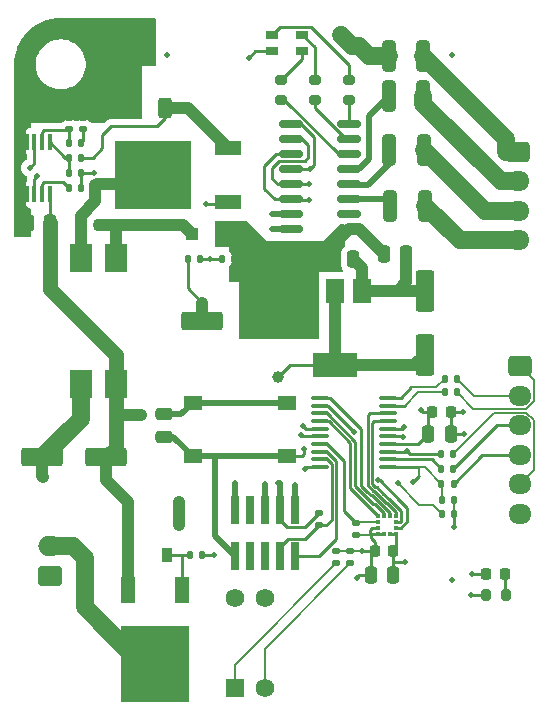
<source format=gtl>
%TF.GenerationSoftware,KiCad,Pcbnew,(6.0.1-0)*%
%TF.CreationDate,2024-02-04T22:08:58-06:00*%
%TF.ProjectId,tackle_sensor_hardware,7461636b-6c65-45f7-9365-6e736f725f68,REV1*%
%TF.SameCoordinates,Original*%
%TF.FileFunction,Copper,L1,Top*%
%TF.FilePolarity,Positive*%
%FSLAX46Y46*%
G04 Gerber Fmt 4.6, Leading zero omitted, Abs format (unit mm)*
G04 Created by KiCad (PCBNEW (6.0.1-0)) date 2024-02-04 22:08:58*
%MOMM*%
%LPD*%
G01*
G04 APERTURE LIST*
G04 Aperture macros list*
%AMRoundRect*
0 Rectangle with rounded corners*
0 $1 Rounding radius*
0 $2 $3 $4 $5 $6 $7 $8 $9 X,Y pos of 4 corners*
0 Add a 4 corners polygon primitive as box body*
4,1,4,$2,$3,$4,$5,$6,$7,$8,$9,$2,$3,0*
0 Add four circle primitives for the rounded corners*
1,1,$1+$1,$2,$3*
1,1,$1+$1,$4,$5*
1,1,$1+$1,$6,$7*
1,1,$1+$1,$8,$9*
0 Add four rect primitives between the rounded corners*
20,1,$1+$1,$2,$3,$4,$5,0*
20,1,$1+$1,$4,$5,$6,$7,0*
20,1,$1+$1,$6,$7,$8,$9,0*
20,1,$1+$1,$8,$9,$2,$3,0*%
G04 Aperture macros list end*
%TA.AperFunction,SMDPad,CuDef*%
%ADD10RoundRect,0.200000X-0.275000X0.200000X-0.275000X-0.200000X0.275000X-0.200000X0.275000X0.200000X0*%
%TD*%
%TA.AperFunction,SMDPad,CuDef*%
%ADD11R,0.450000X1.450000*%
%TD*%
%TA.AperFunction,SMDPad,CuDef*%
%ADD12C,0.500000*%
%TD*%
%TA.AperFunction,SMDPad,CuDef*%
%ADD13RoundRect,0.135000X-0.135000X-0.185000X0.135000X-0.185000X0.135000X0.185000X-0.135000X0.185000X0*%
%TD*%
%TA.AperFunction,SMDPad,CuDef*%
%ADD14R,0.760000X2.400000*%
%TD*%
%TA.AperFunction,SMDPad,CuDef*%
%ADD15C,1.000000*%
%TD*%
%TA.AperFunction,SMDPad,CuDef*%
%ADD16RoundRect,0.250000X0.312500X0.625000X-0.312500X0.625000X-0.312500X-0.625000X0.312500X-0.625000X0*%
%TD*%
%TA.AperFunction,SMDPad,CuDef*%
%ADD17RoundRect,0.225000X0.225000X0.250000X-0.225000X0.250000X-0.225000X-0.250000X0.225000X-0.250000X0*%
%TD*%
%TA.AperFunction,SMDPad,CuDef*%
%ADD18RoundRect,0.250000X0.312500X1.075000X-0.312500X1.075000X-0.312500X-1.075000X0.312500X-1.075000X0*%
%TD*%
%TA.AperFunction,SMDPad,CuDef*%
%ADD19R,0.350000X0.375000*%
%TD*%
%TA.AperFunction,SMDPad,CuDef*%
%ADD20R,0.375000X0.350000*%
%TD*%
%TA.AperFunction,SMDPad,CuDef*%
%ADD21RoundRect,0.225000X-0.225000X-0.250000X0.225000X-0.250000X0.225000X0.250000X-0.225000X0.250000X0*%
%TD*%
%TA.AperFunction,ComponentPad*%
%ADD22RoundRect,0.250000X0.750000X-0.600000X0.750000X0.600000X-0.750000X0.600000X-0.750000X-0.600000X0*%
%TD*%
%TA.AperFunction,ComponentPad*%
%ADD23O,2.000000X1.700000*%
%TD*%
%TA.AperFunction,SMDPad,CuDef*%
%ADD24RoundRect,0.200000X0.200000X0.275000X-0.200000X0.275000X-0.200000X-0.275000X0.200000X-0.275000X0*%
%TD*%
%TA.AperFunction,SMDPad,CuDef*%
%ADD25RoundRect,0.250000X0.250000X0.475000X-0.250000X0.475000X-0.250000X-0.475000X0.250000X-0.475000X0*%
%TD*%
%TA.AperFunction,SMDPad,CuDef*%
%ADD26RoundRect,0.250000X1.500000X0.550000X-1.500000X0.550000X-1.500000X-0.550000X1.500000X-0.550000X0*%
%TD*%
%TA.AperFunction,SMDPad,CuDef*%
%ADD27RoundRect,0.135000X-0.185000X0.135000X-0.185000X-0.135000X0.185000X-0.135000X0.185000X0.135000X0*%
%TD*%
%TA.AperFunction,SMDPad,CuDef*%
%ADD28C,0.254000*%
%TD*%
%TA.AperFunction,SMDPad,CuDef*%
%ADD29RoundRect,0.250000X0.550000X-1.500000X0.550000X1.500000X-0.550000X1.500000X-0.550000X-1.500000X0*%
%TD*%
%TA.AperFunction,SMDPad,CuDef*%
%ADD30R,1.550000X1.300000*%
%TD*%
%TA.AperFunction,SMDPad,CuDef*%
%ADD31RoundRect,0.100000X0.637500X0.100000X-0.637500X0.100000X-0.637500X-0.100000X0.637500X-0.100000X0*%
%TD*%
%TA.AperFunction,SMDPad,CuDef*%
%ADD32RoundRect,0.150000X-0.825000X-0.150000X0.825000X-0.150000X0.825000X0.150000X-0.825000X0.150000X0*%
%TD*%
%TA.AperFunction,SMDPad,CuDef*%
%ADD33RoundRect,0.135000X0.135000X0.185000X-0.135000X0.185000X-0.135000X-0.185000X0.135000X-0.185000X0*%
%TD*%
%TA.AperFunction,SMDPad,CuDef*%
%ADD34RoundRect,0.135000X0.185000X-0.135000X0.185000X0.135000X-0.185000X0.135000X-0.185000X-0.135000X0*%
%TD*%
%TA.AperFunction,SMDPad,CuDef*%
%ADD35R,1.955800X2.362200*%
%TD*%
%TA.AperFunction,SMDPad,CuDef*%
%ADD36R,1.200000X2.200000*%
%TD*%
%TA.AperFunction,SMDPad,CuDef*%
%ADD37R,5.800000X6.400000*%
%TD*%
%TA.AperFunction,SMDPad,CuDef*%
%ADD38RoundRect,0.140000X0.170000X-0.140000X0.170000X0.140000X-0.170000X0.140000X-0.170000X-0.140000X0*%
%TD*%
%TA.AperFunction,ComponentPad*%
%ADD39R,1.580000X1.580000*%
%TD*%
%TA.AperFunction,ComponentPad*%
%ADD40C,1.580000*%
%TD*%
%TA.AperFunction,SMDPad,CuDef*%
%ADD41RoundRect,0.140000X-0.140000X-0.170000X0.140000X-0.170000X0.140000X0.170000X-0.140000X0.170000X0*%
%TD*%
%TA.AperFunction,SMDPad,CuDef*%
%ADD42RoundRect,0.218750X0.218750X0.256250X-0.218750X0.256250X-0.218750X-0.256250X0.218750X-0.256250X0*%
%TD*%
%TA.AperFunction,ComponentPad*%
%ADD43RoundRect,0.250000X-0.725000X0.600000X-0.725000X-0.600000X0.725000X-0.600000X0.725000X0.600000X0*%
%TD*%
%TA.AperFunction,ComponentPad*%
%ADD44O,1.950000X1.700000*%
%TD*%
%TA.AperFunction,SMDPad,CuDef*%
%ADD45R,1.500000X2.000000*%
%TD*%
%TA.AperFunction,SMDPad,CuDef*%
%ADD46R,3.800000X2.000000*%
%TD*%
%TA.AperFunction,SMDPad,CuDef*%
%ADD47RoundRect,0.250000X-0.250000X-0.475000X0.250000X-0.475000X0.250000X0.475000X-0.250000X0.475000X0*%
%TD*%
%TA.AperFunction,SMDPad,CuDef*%
%ADD48R,2.200000X1.200000*%
%TD*%
%TA.AperFunction,SMDPad,CuDef*%
%ADD49R,6.400000X5.800000*%
%TD*%
%TA.AperFunction,SMDPad,CuDef*%
%ADD50R,0.900000X1.200000*%
%TD*%
%TA.AperFunction,SMDPad,CuDef*%
%ADD51R,1.000000X0.800000*%
%TD*%
%TA.AperFunction,SMDPad,CuDef*%
%ADD52RoundRect,0.250000X-0.312500X-1.075000X0.312500X-1.075000X0.312500X1.075000X-0.312500X1.075000X0*%
%TD*%
%TA.AperFunction,SMDPad,CuDef*%
%ADD53RoundRect,0.250000X0.475000X-0.250000X0.475000X0.250000X-0.475000X0.250000X-0.475000X-0.250000X0*%
%TD*%
%TA.AperFunction,SMDPad,CuDef*%
%ADD54R,1.100000X1.100000*%
%TD*%
%TA.AperFunction,ViaPad*%
%ADD55C,0.500000*%
%TD*%
%TA.AperFunction,Conductor*%
%ADD56C,0.228600*%
%TD*%
%TA.AperFunction,Conductor*%
%ADD57C,1.016000*%
%TD*%
%TA.AperFunction,Conductor*%
%ADD58C,1.524000*%
%TD*%
%TA.AperFunction,Conductor*%
%ADD59C,0.508000*%
%TD*%
%TA.AperFunction,Conductor*%
%ADD60C,0.200000*%
%TD*%
%TA.AperFunction,Conductor*%
%ADD61C,0.254000*%
%TD*%
%TA.AperFunction,Conductor*%
%ADD62C,1.270000*%
%TD*%
G04 APERTURE END LIST*
D10*
%TO.P,R14,1*%
%TO.N,Net-(D4-Pad3)*%
X179832000Y-78360000D03*
%TO.P,R14,2*%
%TO.N,Net-(R14-Pad2)*%
X179832000Y-80010000D03*
%TD*%
D11*
%TO.P,U2,1,ISEN*%
%TO.N,Net-(C8-Pad1)*%
X160250700Y-83590200D03*
%TO.P,U2,2,COMP*%
%TO.N,Net-(C5-Pad1)*%
X159600700Y-83590200D03*
%TO.P,U2,3,FB*%
%TO.N,Net-(R8-Pad2)*%
X158950700Y-83590200D03*
%TO.P,U2,4,AGND*%
%TO.N,GND*%
X158300700Y-83590200D03*
%TO.P,U2,5,PGND*%
X158300700Y-87990200D03*
%TO.P,U2,6,DR*%
%TO.N,Net-(Q2-Pad1)*%
X158950700Y-87990200D03*
%TO.P,U2,7,FA/SYNC/SD*%
%TO.N,Net-(R4-Pad1)*%
X159600700Y-87990200D03*
%TO.P,U2,8,VIN*%
%TO.N,Net-(C2-Pad1)*%
X160250700Y-87990200D03*
%TD*%
D12*
%TO.P,FID2,*%
%TO.N,*%
X194310000Y-76200000D03*
%TD*%
D13*
%TO.P,R16,1*%
%TO.N,TACKLE_STATUS*%
X193413000Y-111252000D03*
%TO.P,R16,2*%
%TO.N,Net-(J5-Pad3)*%
X194433000Y-111252000D03*
%TD*%
D14*
%TO.P,J1,1,VTref*%
%TO.N,+3V3*%
X181018104Y-114777402D03*
%TO.P,J1,2,SWDIO/TMS*%
%TO.N,/SWDIO*%
X181018104Y-118677402D03*
%TO.P,J1,3,GND*%
%TO.N,GND*%
X179748104Y-114777402D03*
%TO.P,J1,4,SWDCLK/TCK*%
%TO.N,/SWCLK*%
X179748104Y-118677402D03*
%TO.P,J1,5,GND*%
%TO.N,GND*%
X178478104Y-114777402D03*
%TO.P,J1,6,SWO/TDO*%
%TO.N,unconnected-(J1-Pad6)*%
X178478104Y-118677402D03*
%TO.P,J1,7,KEY*%
%TO.N,unconnected-(J1-Pad7)*%
X177208104Y-114777402D03*
%TO.P,J1,8,NC/TDI*%
%TO.N,unconnected-(J1-Pad8)*%
X177208104Y-118677402D03*
%TO.P,J1,9,GNDDetect*%
%TO.N,GND*%
X175938104Y-114777402D03*
%TO.P,J1,10,~{RESET}*%
%TO.N,/RST*%
X175938104Y-118677402D03*
%TD*%
D15*
%TO.P,TP1,1,1*%
%TO.N,GND*%
X171213700Y-114111200D03*
%TD*%
D16*
%TO.P,R7,1*%
%TO.N,Net-(Q2-Pad2)*%
X170023900Y-80710200D03*
%TO.P,R7,2*%
%TO.N,GND*%
X167098900Y-80710200D03*
%TD*%
D12*
%TO.P,FID3,*%
%TO.N,*%
X194310000Y-120650000D03*
%TD*%
D13*
%TO.P,R1,1*%
%TO.N,Net-(D1-Pad2)*%
X172102700Y-118556200D03*
%TO.P,R1,2*%
%TO.N,GND*%
X173122700Y-118556200D03*
%TD*%
D17*
%TO.P,C11,1*%
%TO.N,+3V3*%
X189324500Y-118251400D03*
%TO.P,C11,2*%
%TO.N,GND*%
X187774500Y-118251400D03*
%TD*%
D18*
%TO.P,R19,1*%
%TO.N,Net-(J4-Pad4)*%
X192020300Y-88990600D03*
%TO.P,R19,2*%
%TO.N,Net-(R19-Pad2)*%
X189095300Y-88990600D03*
%TD*%
%TO.P,R17,1*%
%TO.N,Net-(J4-Pad3)*%
X191918700Y-84266200D03*
%TO.P,R17,2*%
%TO.N,Net-(R17-Pad2)*%
X188993700Y-84266200D03*
%TD*%
D12*
%TO.P,FID1,*%
%TO.N,*%
X170180000Y-76200000D03*
%TD*%
D19*
%TO.P,U3,1,SCL/SPC*%
%TO.N,/SPI1_SCK*%
X189540500Y-115253700D03*
%TO.P,U3,2,~{CS}*%
%TO.N,/SPI1_NSS*%
X189040500Y-115253700D03*
%TO.P,U3,3,SA0/SDO*%
%TO.N,/SPI1_MISO*%
X188540500Y-115253700D03*
%TO.P,U3,4,SDA/SDI*%
%TO.N,/SPI1_MOSI*%
X188040500Y-115253700D03*
D20*
%TO.P,U3,5,RES*%
%TO.N,/SPI_RST*%
X188028000Y-115766200D03*
%TO.P,U3,6,GND*%
%TO.N,GND*%
X188028000Y-116266200D03*
D19*
%TO.P,U3,7,GND*%
X188040500Y-116778700D03*
%TO.P,U3,8,GND*%
X188540500Y-116778700D03*
%TO.P,U3,9,Vdd*%
%TO.N,+3V3*%
X189040500Y-116778700D03*
%TO.P,U3,10,Vdd_IO*%
X189540500Y-116778700D03*
D20*
%TO.P,U3,11,INT2*%
%TO.N,/ACC_INT2*%
X189553000Y-116266200D03*
%TO.P,U3,12,INT1*%
%TO.N,/ACC_INT1*%
X189553000Y-115766200D03*
%TD*%
D21*
%TO.P,C7,1*%
%TO.N,+3V3*%
X192646000Y-106426000D03*
%TO.P,C7,2*%
%TO.N,GND*%
X194196000Y-106426000D03*
%TD*%
D22*
%TO.P,J2,1,Pin_1*%
%TO.N,GND*%
X160291700Y-120334200D03*
D23*
%TO.P,J2,2,Pin_2*%
%TO.N,Net-(J2-Pad2)*%
X160291700Y-117834200D03*
%TD*%
D24*
%TO.P,R12,1*%
%TO.N,Net-(D3-Pad1)*%
X198843400Y-121932200D03*
%TO.P,R12,2*%
%TO.N,GND*%
X197193400Y-121932200D03*
%TD*%
D25*
%TO.P,C3,1*%
%TO.N,Net-(C2-Pad1)*%
X160291700Y-90489200D03*
%TO.P,C3,2*%
%TO.N,GND*%
X158391700Y-90489200D03*
%TD*%
D26*
%TO.P,C2,1*%
%TO.N,Net-(C2-Pad1)*%
X165023700Y-110301200D03*
%TO.P,C2,2*%
%TO.N,GND*%
X159623700Y-110301200D03*
%TD*%
D27*
%TO.P,R3,1*%
%TO.N,GND*%
X183050100Y-114996200D03*
%TO.P,R3,2*%
%TO.N,/SWCLK*%
X183050100Y-116016200D03*
%TD*%
D13*
%TO.P,R20,1*%
%TO.N,UART_RX*%
X193673000Y-103632000D03*
%TO.P,R20,2*%
%TO.N,Net-(J5-Pad2)*%
X194693000Y-103632000D03*
%TD*%
D10*
%TO.P,R11,1*%
%TO.N,Net-(D4-Pad1)*%
X185572400Y-78360000D03*
%TO.P,R11,2*%
%TO.N,Net-(R11-Pad2)*%
X185572400Y-80010000D03*
%TD*%
D13*
%TO.P,R4,1*%
%TO.N,Net-(R4-Pad1)*%
X161862500Y-87517400D03*
%TO.P,R4,2*%
%TO.N,GND*%
X162882500Y-87517400D03*
%TD*%
D28*
%TO.P,TP11,1,1*%
%TO.N,/SPI1_SCK*%
X188739700Y-114187400D03*
%TD*%
D29*
%TO.P,C15,1*%
%TO.N,+3V3*%
X191990900Y-101596600D03*
%TO.P,C15,2*%
%TO.N,GND*%
X191990900Y-96196600D03*
%TD*%
D30*
%TO.P,SW1,1,1*%
%TO.N,/RST*%
X180324500Y-110189000D03*
X172364500Y-110189000D03*
%TO.P,SW1,2,2*%
%TO.N,GND*%
X180324500Y-105689000D03*
X172364500Y-105689000D03*
%TD*%
D31*
%TO.P,U1,1,PB7/PB8*%
%TO.N,HOME_SELECT*%
X188859000Y-111118000D03*
%TO.P,U1,2,PB9/PC14-OSC32_IN*%
%TO.N,TACKLE_STATUS*%
X188859000Y-110468000D03*
%TO.P,U1,3,PC15-OSC32_OUT*%
%TO.N,ELIGIBLE_SELECT*%
X188859000Y-109818000D03*
%TO.P,U1,4,VDD*%
%TO.N,+3V3*%
X188859000Y-109168000D03*
%TO.P,U1,5,VSS*%
%TO.N,GND*%
X188859000Y-108518000D03*
%TO.P,U1,6,PF2-NRST*%
%TO.N,/RST*%
X188859000Y-107868000D03*
%TO.P,U1,7,PA0*%
%TO.N,/ACC_INT1*%
X188859000Y-107218000D03*
%TO.P,U1,8,PA1*%
%TO.N,/SPI1_SCK*%
X188859000Y-106568000D03*
%TO.P,U1,9,PA2*%
%TO.N,UART_TX*%
X188859000Y-105918000D03*
%TO.P,U1,10,PA3*%
%TO.N,UART_RX*%
X188859000Y-105268000D03*
%TO.P,U1,11,PA4*%
%TO.N,/SPI1_NSS*%
X183134000Y-105268000D03*
%TO.P,U1,12,PA5*%
%TO.N,/ACC_INT2*%
X183134000Y-105918000D03*
%TO.P,U1,13,PA6*%
%TO.N,/SPI1_MISO*%
X183134000Y-106568000D03*
%TO.P,U1,14,PA7*%
%TO.N,/SPI1_MOSI*%
X183134000Y-107218000D03*
%TO.P,U1,15,PB0/PB1/PB2/PA8*%
%TO.N,B_PWM*%
X183134000Y-107868000D03*
%TO.P,U1,16,PA11[PA9]*%
%TO.N,G_PWM*%
X183134000Y-108518000D03*
%TO.P,U1,17,PA12[PA10]*%
%TO.N,/SPI_RST*%
X183134000Y-109168000D03*
%TO.P,U1,18,PA13*%
%TO.N,/SWDIO*%
X183134000Y-109818000D03*
%TO.P,U1,19,PA15/PA14-BOOT0*%
%TO.N,/SWCLK*%
X183134000Y-110468000D03*
%TO.P,U1,20,PB3/PB4/PB5/PB6*%
%TO.N,R_PWM*%
X183134000Y-111118000D03*
%TD*%
D13*
%TO.P,R18,1*%
%TO.N,UART_TX*%
X193673000Y-104775000D03*
%TO.P,R18,2*%
%TO.N,Net-(J5-Pad1)*%
X194693000Y-104775000D03*
%TD*%
D25*
%TO.P,C9,1*%
%TO.N,+3V3*%
X189318900Y-120232600D03*
%TO.P,C9,2*%
%TO.N,GND*%
X187418900Y-120232600D03*
%TD*%
D32*
%TO.P,U5,1,I1*%
%TO.N,R_PWM*%
X180676700Y-82107200D03*
%TO.P,U5,2,I2*%
%TO.N,G_PWM*%
X180676700Y-83377200D03*
%TO.P,U5,3,I3*%
%TO.N,B_PWM*%
X180676700Y-84647200D03*
%TO.P,U5,4,I4*%
%TO.N,R_PWM*%
X180676700Y-85917200D03*
%TO.P,U5,5,I5*%
%TO.N,G_PWM*%
X180676700Y-87187200D03*
%TO.P,U5,6,I6*%
%TO.N,B_PWM*%
X180676700Y-88457200D03*
%TO.P,U5,7,I7*%
%TO.N,GND*%
X180676700Y-89727200D03*
%TO.P,U5,8,GND*%
X180676700Y-90997200D03*
%TO.P,U5,9,COM*%
%TO.N,+12V*%
X185626700Y-90997200D03*
%TO.P,U5,10,O7*%
%TO.N,unconnected-(U5-Pad10)*%
X185626700Y-89727200D03*
%TO.P,U5,11,O6*%
%TO.N,Net-(R19-Pad2)*%
X185626700Y-88457200D03*
%TO.P,U5,12,O5*%
%TO.N,Net-(R17-Pad2)*%
X185626700Y-87187200D03*
%TO.P,U5,13,O4*%
%TO.N,Net-(R15-Pad2)*%
X185626700Y-85917200D03*
%TO.P,U5,14,O3*%
%TO.N,Net-(R14-Pad2)*%
X185626700Y-84647200D03*
%TO.P,U5,15,O2*%
%TO.N,Net-(R13-Pad2)*%
X185626700Y-83377200D03*
%TO.P,U5,16,O1*%
%TO.N,Net-(R11-Pad2)*%
X185626700Y-82107200D03*
%TD*%
D28*
%TO.P,TP13,1,1*%
%TO.N,/ACC_INT1*%
X188485700Y-113374600D03*
%TD*%
%TO.P,TP8,1,1*%
%TO.N,/SPI1_NSS*%
X187114100Y-113222200D03*
%TD*%
D33*
%TO.P,R9,1*%
%TO.N,Net-(R8-Pad2)*%
X172940900Y-93511800D03*
%TO.P,R9,2*%
%TO.N,GND*%
X171920900Y-93511800D03*
%TD*%
D13*
%TO.P,R2,1*%
%TO.N,Net-(C5-Pad1)*%
X161913300Y-83702200D03*
%TO.P,R2,2*%
%TO.N,Net-(C6-Pad1)*%
X162933300Y-83702200D03*
%TD*%
D33*
%TO.P,R22,1*%
%TO.N,+3V3*%
X194441000Y-113919000D03*
%TO.P,R22,2*%
%TO.N,HOME_SELECT*%
X193421000Y-113919000D03*
%TD*%
D34*
%TO.P,R23,1*%
%TO.N,Net-(R23-Pad1)*%
X185674000Y-119282400D03*
%TO.P,R23,2*%
%TO.N,GND*%
X185674000Y-118262400D03*
%TD*%
D35*
%TO.P,T1,1,AA*%
%TO.N,Net-(C10-Pad1)*%
X165855700Y-93422900D03*
%TO.P,T1,2,AB*%
%TO.N,Net-(C10-Pad2)*%
X162855700Y-93422900D03*
%TO.P,T1,3,SA*%
%TO.N,GND*%
X162855700Y-104065500D03*
%TO.P,T1,4,SB*%
%TO.N,Net-(C2-Pad1)*%
X165855700Y-104065500D03*
%TD*%
D33*
%TO.P,R8,1*%
%TO.N,+12V*%
X175887300Y-93511800D03*
%TO.P,R8,2*%
%TO.N,Net-(R8-Pad2)*%
X174867300Y-93511800D03*
%TD*%
%TO.P,R5,1*%
%TO.N,+3V3*%
X194441000Y-115062000D03*
%TO.P,R5,2*%
%TO.N,ELIGIBLE_SELECT*%
X193421000Y-115062000D03*
%TD*%
D36*
%TO.P,Q1,1,G*%
%TO.N,Net-(D1-Pad2)*%
X171462700Y-121503200D03*
D37*
%TO.P,Q1,2,D*%
%TO.N,Net-(J2-Pad2)*%
X169182700Y-127803200D03*
D36*
%TO.P,Q1,3,S*%
%TO.N,Net-(C2-Pad1)*%
X166902700Y-121503200D03*
%TD*%
D38*
%TO.P,C6,1*%
%TO.N,Net-(C6-Pad1)*%
X163085700Y-82533800D03*
%TO.P,C6,2*%
%TO.N,GND*%
X163085700Y-81573800D03*
%TD*%
D10*
%TO.P,R13,1*%
%TO.N,Net-(D4-Pad4)*%
X182676800Y-78360000D03*
%TO.P,R13,2*%
%TO.N,Net-(R13-Pad2)*%
X182676800Y-80010000D03*
%TD*%
D39*
%TO.P,S1,1A*%
%TO.N,Net-(R21-Pad1)*%
X175895000Y-129794000D03*
D40*
%TO.P,S1,1B*%
%TO.N,ELIGIBLE_SELECT*%
X175895000Y-122174000D03*
%TO.P,S1,2A*%
%TO.N,Net-(R23-Pad1)*%
X178435000Y-129794000D03*
%TO.P,S1,2B*%
%TO.N,HOME_SELECT*%
X178435000Y-122174000D03*
%TD*%
D34*
%TO.P,R21,1*%
%TO.N,Net-(R21-Pad1)*%
X184454800Y-119280400D03*
%TO.P,R21,2*%
%TO.N,GND*%
X184454800Y-118260400D03*
%TD*%
D41*
%TO.P,C8,1*%
%TO.N,Net-(C8-Pad1)*%
X161917300Y-86191400D03*
%TO.P,C8,2*%
%TO.N,GND*%
X162877300Y-86191400D03*
%TD*%
D42*
%TO.P,D3,1,K*%
%TO.N,Net-(D3-Pad1)*%
X198780400Y-120205000D03*
%TO.P,D3,2,A*%
%TO.N,+3V3*%
X197205400Y-120205000D03*
%TD*%
D13*
%TO.P,R6,1*%
%TO.N,Net-(C8-Pad1)*%
X161915300Y-84921400D03*
%TO.P,R6,2*%
%TO.N,Net-(Q2-Pad2)*%
X162935300Y-84921400D03*
%TD*%
D38*
%TO.P,C5,1*%
%TO.N,Net-(C5-Pad1)*%
X161917300Y-82533800D03*
%TO.P,C5,2*%
%TO.N,GND*%
X161917300Y-81573800D03*
%TD*%
D43*
%TO.P,J5,1,Pin_1*%
%TO.N,Net-(J5-Pad1)*%
X200042000Y-102589000D03*
D44*
%TO.P,J5,2,Pin_2*%
%TO.N,Net-(J5-Pad2)*%
X200042000Y-105089000D03*
%TO.P,J5,3,Pin_3*%
%TO.N,Net-(J5-Pad3)*%
X200042000Y-107589000D03*
%TO.P,J5,4,Pin_4*%
%TO.N,Net-(J5-Pad4)*%
X200042000Y-110089000D03*
%TO.P,J5,5,Pin_5*%
%TO.N,Net-(J5-Pad5)*%
X200042000Y-112589000D03*
%TO.P,J5,6,Pin_6*%
%TO.N,GND*%
X200042000Y-115089000D03*
%TD*%
D43*
%TO.P,J4,1,Pin_1*%
%TO.N,Net-(F1-Pad2)*%
X199881900Y-84433200D03*
D44*
%TO.P,J4,2,Pin_2*%
%TO.N,Net-(J4-Pad2)*%
X199881900Y-86933200D03*
%TO.P,J4,3,Pin_3*%
%TO.N,Net-(J4-Pad3)*%
X199881900Y-89433200D03*
%TO.P,J4,4,Pin_4*%
%TO.N,Net-(J4-Pad4)*%
X199881900Y-91933200D03*
%TD*%
D17*
%TO.P,C10,1*%
%TO.N,Net-(C10-Pad1)*%
X164406500Y-90616200D03*
%TO.P,C10,2*%
%TO.N,Net-(C10-Pad2)*%
X162856500Y-90616200D03*
%TD*%
D45*
%TO.P,U4,1,GND*%
%TO.N,GND*%
X186670900Y-96203800D03*
%TO.P,U4,2,VO*%
%TO.N,+3V3*%
X184370900Y-96203800D03*
D46*
X184370900Y-102503800D03*
D45*
%TO.P,U4,3,VI*%
%TO.N,+12V*%
X182070900Y-96203800D03*
%TD*%
D47*
%TO.P,C14,1*%
%TO.N,+12V*%
X188516100Y-93054600D03*
%TO.P,C14,2*%
%TO.N,GND*%
X190416100Y-93054600D03*
%TD*%
D26*
%TO.P,C12,1*%
%TO.N,+12V*%
X178738100Y-98744200D03*
%TO.P,C12,2*%
%TO.N,GND*%
X173138100Y-98744200D03*
%TD*%
D47*
%TO.P,C13,1*%
%TO.N,+12V*%
X184045700Y-93511800D03*
%TO.P,C13,2*%
%TO.N,GND*%
X185945700Y-93511800D03*
%TD*%
D28*
%TO.P,TP2,1,1*%
%TO.N,/RST*%
X174261700Y-112663400D03*
%TD*%
%TO.P,TP10,1,1*%
%TO.N,/SPI1_MISO*%
X187774500Y-114289000D03*
%TD*%
D48*
%TO.P,Q2,1,G*%
%TO.N,Net-(Q2-Pad1)*%
X175327900Y-88678800D03*
D49*
%TO.P,Q2,2,D*%
%TO.N,Net-(C10-Pad2)*%
X169027900Y-86398800D03*
D48*
%TO.P,Q2,3,S*%
%TO.N,Net-(Q2-Pad2)*%
X175327900Y-84118800D03*
%TD*%
D28*
%TO.P,TP14,1,1*%
%TO.N,/ACC_INT2*%
X189908100Y-113984200D03*
%TD*%
D47*
%TO.P,C4,1*%
%TO.N,+3V3*%
X192283000Y-108331000D03*
%TO.P,C4,2*%
%TO.N,GND*%
X194183000Y-108331000D03*
%TD*%
D13*
%TO.P,R24,1*%
%TO.N,ELIGIBLE_SELECT*%
X193413000Y-109982000D03*
%TO.P,R24,2*%
%TO.N,Net-(J5-Pad5)*%
X194433000Y-109982000D03*
%TD*%
D50*
%TO.P,D1,1,K*%
%TO.N,Net-(C2-Pad1)*%
X166896700Y-118556200D03*
%TO.P,D1,2,A*%
%TO.N,Net-(D1-Pad2)*%
X170196700Y-118556200D03*
%TD*%
D27*
%TO.P,R10,1*%
%TO.N,/SPI_RST*%
X186182000Y-115870800D03*
%TO.P,R10,2*%
%TO.N,GND*%
X186182000Y-116890800D03*
%TD*%
D15*
%TO.P,TP3,1,1*%
%TO.N,Net-(C2-Pad1)*%
X167944800Y-106680000D03*
%TD*%
D51*
%TO.P,D4,1,A*%
%TO.N,Net-(D4-Pad1)*%
X179090000Y-74509400D03*
%TO.P,D4,2,RK*%
%TO.N,+12V*%
X179090000Y-75909400D03*
%TO.P,D4,3,GK*%
%TO.N,Net-(D4-Pad3)*%
X181590000Y-75909400D03*
%TO.P,D4,4,BK*%
%TO.N,Net-(D4-Pad4)*%
X181590000Y-74509400D03*
%TD*%
D13*
%TO.P,R25,1*%
%TO.N,HOME_SELECT*%
X193417000Y-112522000D03*
%TO.P,R25,2*%
%TO.N,Net-(J5-Pad4)*%
X194437000Y-112522000D03*
%TD*%
D18*
%TO.P,R15,1*%
%TO.N,Net-(J4-Pad2)*%
X191889300Y-79745000D03*
%TO.P,R15,2*%
%TO.N,Net-(R15-Pad2)*%
X188964300Y-79745000D03*
%TD*%
D52*
%TO.P,F1,1*%
%TO.N,+12V*%
X188964300Y-76341400D03*
%TO.P,F1,2*%
%TO.N,Net-(F1-Pad2)*%
X191889300Y-76341400D03*
%TD*%
D28*
%TO.P,TP9,1,1*%
%TO.N,/SPI1_MOSI*%
X186402900Y-113628600D03*
%TD*%
D15*
%TO.P,TP15,1,1*%
%TO.N,+3V3*%
X179578000Y-103505000D03*
%TD*%
D53*
%TO.P,C1,1*%
%TO.N,/RST*%
X169943700Y-108548600D03*
%TO.P,C1,2*%
%TO.N,GND*%
X169943700Y-106648600D03*
%TD*%
D54*
%TO.P,D2,1,K*%
%TO.N,+12V*%
X175074500Y-91378200D03*
%TO.P,D2,2,A*%
%TO.N,Net-(C10-Pad1)*%
X172274500Y-91378200D03*
%TD*%
D15*
%TO.P,TP12,1,1*%
%TO.N,+12V*%
X184878900Y-74512600D03*
%TD*%
D55*
%TO.N,GND*%
X195326000Y-108331000D03*
X164000100Y-86196600D03*
X167149700Y-78170200D03*
X179087700Y-90971800D03*
X166133700Y-77281200D03*
X167149700Y-76392200D03*
X175938100Y-112460200D03*
X173144100Y-97220200D03*
X168165700Y-76392200D03*
X186656900Y-118251400D03*
X179595700Y-112511000D03*
X166133700Y-78170200D03*
X173992900Y-105689000D03*
X166133700Y-74360200D03*
X167149700Y-74360200D03*
X167149700Y-77281200D03*
X178478100Y-112561800D03*
X189704500Y-96203800D03*
X168165700Y-75376200D03*
X171213700Y-116016200D03*
X168165700Y-74360200D03*
X190162100Y-108599400D03*
X174134700Y-118556200D03*
X167149700Y-79059200D03*
X186250500Y-120486600D03*
X166133700Y-75376200D03*
X195199000Y-106426000D03*
X166133700Y-79059200D03*
X159656700Y-111952200D03*
X167149700Y-75376200D03*
X195947800Y-121983000D03*
X179036900Y-89701800D03*
X166133700Y-76392200D03*
%TO.N,+3V3*%
X190365300Y-119165800D03*
X194462400Y-116230400D03*
X181018100Y-112612600D03*
X195998600Y-120154200D03*
X191643000Y-106299000D03*
X189037400Y-102503800D03*
X188326192Y-102503808D03*
%TO.N,+12V*%
X186453700Y-75477800D03*
X177335100Y-92368800D03*
X177088800Y-76479400D03*
%TO.N,R_PWM*%
X182288100Y-85891800D03*
X181881700Y-111291800D03*
%TO.N,G_PWM*%
X181526100Y-108396200D03*
X182186500Y-87161800D03*
%TO.N,B_PWM*%
X181729300Y-107634200D03*
X182237300Y-88533400D03*
%TO.N,/RST*%
X181780100Y-109615400D03*
X190212900Y-107735800D03*
%TO.N,/ACC_INT2*%
X186021900Y-108116800D03*
X188079300Y-112257000D03*
%TO.N,Net-(Q2-Pad1)*%
X173448900Y-88838200D03*
X159174100Y-86501400D03*
%TO.N,ELIGIBLE_SELECT*%
X190517700Y-109767800D03*
X189704900Y-112511000D03*
%TO.N,HOME_SELECT*%
X190982600Y-112420400D03*
%TO.N,Net-(R8-Pad2)*%
X158564500Y-85790200D03*
X173855300Y-93511800D03*
%TD*%
D56*
%TO.N,/SPI_RST*%
X183134000Y-109168000D02*
X183703492Y-109168000D01*
X183703492Y-109168000D02*
X185166000Y-110630508D01*
X185166000Y-110630508D02*
X185166000Y-114854800D01*
X185166000Y-114854800D02*
X186182000Y-115870800D01*
D57*
%TO.N,GND*%
X189711700Y-96196600D02*
X189704500Y-96203800D01*
D58*
X162855700Y-107069200D02*
X159623700Y-110301200D01*
D59*
X180676700Y-90997200D02*
X179113100Y-90997200D01*
D57*
X191990900Y-96196600D02*
X189711700Y-96196600D01*
D56*
X187524500Y-116266200D02*
X187368100Y-116422600D01*
D60*
X186656900Y-118251400D02*
X185685000Y-118251400D01*
D57*
X173138100Y-98744200D02*
X173138100Y-97226200D01*
D56*
X181828089Y-116218211D02*
X180368911Y-116218211D01*
X187470200Y-117134300D02*
X187470200Y-116778700D01*
X187470200Y-116778700D02*
X188040500Y-116778700D01*
D60*
X184456800Y-118262400D02*
X184454800Y-118260400D01*
D56*
X183050100Y-114996200D02*
X181828089Y-116218211D01*
D59*
X178478100Y-114777400D02*
X178478100Y-112561800D01*
D56*
X187774500Y-118251400D02*
X186707700Y-118251400D01*
D57*
X159623700Y-111919200D02*
X159656700Y-111952200D01*
D56*
X195998600Y-121932200D02*
X195947800Y-121983000D01*
D57*
X173138100Y-97226200D02*
X173144100Y-97220200D01*
D60*
X187470200Y-116778700D02*
X187358100Y-116890800D01*
D56*
X187368100Y-116676600D02*
X187470200Y-116778700D01*
X186250500Y-120435800D02*
X186250500Y-120486600D01*
D57*
X186670900Y-96203800D02*
X189704500Y-96203800D01*
D56*
X194196000Y-106426000D02*
X194196000Y-108318000D01*
D59*
X172364500Y-105689000D02*
X173920900Y-105689000D01*
D61*
X162877300Y-86191400D02*
X162877300Y-87512200D01*
D56*
X180368911Y-116218211D02*
X179748100Y-115597400D01*
D59*
X171404900Y-106648600D02*
X172364500Y-105689000D01*
D56*
X194183000Y-108331000D02*
X195326000Y-108331000D01*
X194196000Y-106426000D02*
X195199000Y-106426000D01*
D59*
X169943700Y-106648600D02*
X171404900Y-106648600D01*
D58*
X162855700Y-104065500D02*
X162855700Y-107069200D01*
D56*
X186453700Y-120232600D02*
X186250500Y-120435800D01*
X187418900Y-120232600D02*
X186453700Y-120232600D01*
D57*
X186670900Y-96203800D02*
X186670900Y-94237000D01*
D59*
X179748100Y-112511000D02*
X179595700Y-112511000D01*
D61*
X171920900Y-93511800D02*
X171920900Y-95997000D01*
D59*
X180324500Y-105689000D02*
X173992900Y-105689000D01*
D56*
X188540500Y-116778700D02*
X188040500Y-116778700D01*
D57*
X190416100Y-93054600D02*
X190416100Y-95492200D01*
X186670900Y-94237000D02*
X185945700Y-93511800D01*
D56*
X190111300Y-108599400D02*
X190162100Y-108599400D01*
D61*
X163994900Y-86191400D02*
X164000100Y-86196600D01*
D57*
X171213700Y-114111200D02*
X171213700Y-116016200D01*
D60*
X185685000Y-118251400D02*
X185674000Y-118262400D01*
D61*
X173122700Y-118556200D02*
X174134700Y-118556200D01*
D56*
X188859000Y-108518000D02*
X190029900Y-108518000D01*
X186707700Y-118251400D02*
X186656900Y-118251400D01*
X197193400Y-121932200D02*
X195998600Y-121932200D01*
X187774500Y-117438600D02*
X187470200Y-117134300D01*
D57*
X159623700Y-110301200D02*
X159623700Y-111919200D01*
D59*
X179748100Y-114777400D02*
X179748100Y-112511000D01*
D56*
X194196000Y-108318000D02*
X194183000Y-108331000D01*
X187368100Y-116422600D02*
X187368100Y-116676600D01*
D61*
X171920900Y-95997000D02*
X173144100Y-97220200D01*
D56*
X188028000Y-116266200D02*
X187524500Y-116266200D01*
D60*
X187358100Y-116890800D02*
X186182000Y-116890800D01*
D56*
X187418900Y-120232600D02*
X187418900Y-118607000D01*
D59*
X180676700Y-89727200D02*
X179062300Y-89727200D01*
D56*
X187774500Y-118251400D02*
X187774500Y-117438600D01*
D57*
X190416100Y-95492200D02*
X189711700Y-96196600D01*
D56*
X187418900Y-118607000D02*
X187774500Y-118251400D01*
X190029900Y-108518000D02*
X190111300Y-108599400D01*
X179748100Y-115597400D02*
X179748100Y-114777400D01*
D59*
X175938100Y-114777400D02*
X175938100Y-112460200D01*
D61*
X162877300Y-86191400D02*
X163994900Y-86191400D01*
D59*
X179113100Y-90997200D02*
X179087700Y-90971800D01*
D61*
X162877300Y-87512200D02*
X162882500Y-87517400D01*
D60*
X185674000Y-118262400D02*
X184456800Y-118262400D01*
D59*
X179062300Y-89727200D02*
X179036900Y-89701800D01*
D58*
%TO.N,Net-(F1-Pad2)*%
X191889300Y-76341400D02*
X198899700Y-83351800D01*
X198899700Y-83351800D02*
X198899700Y-84433200D01*
X198899700Y-84433200D02*
X199881900Y-84433200D01*
%TO.N,Net-(J2-Pad2)*%
X162236700Y-117834200D02*
X163212700Y-118810200D01*
X163212700Y-123001200D02*
X168014700Y-127803200D01*
X168014700Y-127803200D02*
X169182700Y-127803200D01*
X163212700Y-118810200D02*
X163212700Y-123001200D01*
X160291700Y-117834200D02*
X162236700Y-117834200D01*
D56*
%TO.N,+3V3*%
X189318900Y-120232600D02*
X189318900Y-119135400D01*
X191770000Y-106426000D02*
X191643000Y-106299000D01*
X189540500Y-118035400D02*
X189324500Y-118251400D01*
D57*
X184370900Y-102503800D02*
X188326200Y-102503800D01*
X189037400Y-102503800D02*
X191083700Y-102503800D01*
D56*
X189318900Y-118257000D02*
X189324500Y-118251400D01*
X194441000Y-115062000D02*
X194441000Y-116209000D01*
X189318900Y-119135400D02*
X189318900Y-118257000D01*
D57*
X191083700Y-102503800D02*
X191990900Y-101596600D01*
D56*
X188859000Y-109168000D02*
X191446000Y-109168000D01*
X194441000Y-116209000D02*
X194462400Y-116230400D01*
X189040500Y-116778700D02*
X189540500Y-116778700D01*
D61*
X180579200Y-102503800D02*
X179578000Y-103505000D01*
D57*
X184370900Y-96203800D02*
X184370900Y-102503800D01*
D56*
X192646000Y-106426000D02*
X191770000Y-106426000D01*
X189318900Y-119135400D02*
X190334900Y-119135400D01*
D57*
X188326200Y-102503800D02*
X189037400Y-102503800D01*
D56*
X196049400Y-120205000D02*
X195998600Y-120154200D01*
X189540500Y-116778700D02*
X189540500Y-118035400D01*
D59*
X181018100Y-114777400D02*
X181018100Y-112612600D01*
D56*
X192283000Y-106789000D02*
X192646000Y-106426000D01*
X192283000Y-108331000D02*
X192283000Y-106789000D01*
D61*
X184370900Y-102503800D02*
X180579200Y-102503800D01*
D60*
X194441000Y-113919000D02*
X194441000Y-115062000D01*
D56*
X190334900Y-119135400D02*
X190365300Y-119165800D01*
X191446000Y-109168000D02*
X192283000Y-108331000D01*
X197205400Y-120205000D02*
X196049400Y-120205000D01*
%TO.N,/SWDIO*%
X184467431Y-117240469D02*
X183030500Y-118677400D01*
X183703492Y-109818000D02*
X184467431Y-110581939D01*
X184467431Y-110581939D02*
X184467431Y-117240469D01*
X183134000Y-109818000D02*
X183703492Y-109818000D01*
X183030500Y-118677400D02*
X181018100Y-118677400D01*
D61*
%TO.N,Net-(C8-Pad1)*%
X161915300Y-84921400D02*
X161915300Y-86189400D01*
X161581900Y-84921400D02*
X160250700Y-83590200D01*
X161915300Y-86189400D02*
X161917300Y-86191400D01*
X161915300Y-84921400D02*
X161581900Y-84921400D01*
%TO.N,Net-(C6-Pad1)*%
X163085700Y-82533800D02*
X163085700Y-83549800D01*
X163085700Y-83549800D02*
X162933300Y-83702200D01*
%TO.N,Net-(R4-Pad1)*%
X161356789Y-87011689D02*
X159772189Y-87011689D01*
X161862500Y-87517400D02*
X161356789Y-87011689D01*
X159600700Y-87183178D02*
X159600700Y-87990200D01*
X159772189Y-87011689D02*
X159600700Y-87183178D01*
D57*
%TO.N,+12V*%
X183785700Y-93771800D02*
X184045700Y-93511800D01*
X178738100Y-93771800D02*
X183785700Y-93771800D01*
D61*
X175887300Y-92191000D02*
X175074500Y-91378200D01*
X175887300Y-93511800D02*
X175887300Y-92191000D01*
D57*
X184045700Y-93511800D02*
X184045700Y-92578200D01*
D58*
X185844100Y-75477800D02*
X184878900Y-74512600D01*
D57*
X182070900Y-96203800D02*
X178744500Y-96203800D01*
D61*
X179090000Y-75909400D02*
X177658800Y-75909400D01*
D57*
X178738100Y-98744200D02*
X178738100Y-96210200D01*
D58*
X187317300Y-76341400D02*
X186453700Y-75477800D01*
X188964300Y-76341400D02*
X187317300Y-76341400D01*
D57*
X186458700Y-90997200D02*
X188516100Y-93054600D01*
X178738100Y-93771800D02*
X176344500Y-91378200D01*
D58*
X186453700Y-75477800D02*
X185844100Y-75477800D01*
D57*
X176344500Y-91378200D02*
X175074500Y-91378200D01*
D61*
X177658800Y-75909400D02*
X177088800Y-76479400D01*
D57*
X178744500Y-96203800D02*
X178738100Y-96210200D01*
X185626700Y-90997200D02*
X186458700Y-90997200D01*
X184045700Y-92578200D02*
X185626700Y-90997200D01*
X178738100Y-96210200D02*
X178738100Y-93771800D01*
D56*
%TO.N,/SWCLK*%
X180397289Y-117236589D02*
X179748100Y-117885778D01*
X183050100Y-116016200D02*
X181829711Y-117236589D01*
X183659700Y-116016200D02*
X184112320Y-115563580D01*
X179748100Y-117885778D02*
X179748100Y-118677400D01*
X183703492Y-110468000D02*
X183134000Y-110468000D01*
X184112320Y-110876828D02*
X183703492Y-110468000D01*
X184112320Y-115563580D02*
X184112320Y-110876828D01*
X181829711Y-117236589D02*
X180397289Y-117236589D01*
X183050100Y-116016200D02*
X183659700Y-116016200D01*
D61*
%TO.N,R_PWM*%
X181551500Y-82107200D02*
X182643700Y-83199400D01*
X182643700Y-83199400D02*
X182643700Y-85536200D01*
X182643700Y-85536200D02*
X182288100Y-85891800D01*
D56*
X182055500Y-111118000D02*
X181881700Y-111291800D01*
X183134000Y-111118000D02*
X182055500Y-111118000D01*
D61*
X180676700Y-82107200D02*
X181551500Y-82107200D01*
D56*
X182288100Y-85891800D02*
X180702100Y-85891800D01*
X180702100Y-85891800D02*
X180676700Y-85917200D01*
D61*
%TO.N,G_PWM*%
X179677180Y-85200720D02*
X179087700Y-85790200D01*
X179570300Y-87187200D02*
X180676700Y-87187200D01*
X180676700Y-83377200D02*
X181627700Y-83377200D01*
D56*
X183134000Y-108518000D02*
X181647900Y-108518000D01*
D61*
X179087700Y-85790200D02*
X179087700Y-86704600D01*
D56*
X182186500Y-87161800D02*
X180702100Y-87161800D01*
D61*
X182135700Y-84901200D02*
X181836180Y-85200720D01*
D56*
X181647900Y-108518000D02*
X181526100Y-108396200D01*
D61*
X181836180Y-85200720D02*
X179677180Y-85200720D01*
X179087700Y-86704600D02*
X179570300Y-87187200D01*
X182135700Y-83885200D02*
X182135700Y-84901200D01*
X181627700Y-83377200D02*
X182135700Y-83885200D01*
D56*
X180702100Y-87161800D02*
X180676700Y-87187200D01*
D61*
%TO.N,B_PWM*%
X178427300Y-87542800D02*
X178427300Y-85637800D01*
X179341700Y-88457200D02*
X178427300Y-87542800D01*
X178427300Y-85637800D02*
X179417900Y-84647200D01*
D56*
X183134000Y-107868000D02*
X181963100Y-107868000D01*
X181963100Y-107868000D02*
X181729300Y-107634200D01*
X180752900Y-88533400D02*
X180676700Y-88457200D01*
D61*
X180676700Y-88457200D02*
X179341700Y-88457200D01*
X179417900Y-84647200D02*
X180676700Y-84647200D01*
D56*
X182237300Y-88533400D02*
X180752900Y-88533400D01*
%TO.N,TACKLE_STATUS*%
X193413000Y-111252000D02*
X192629000Y-110468000D01*
X192629000Y-110468000D02*
X188859000Y-110468000D01*
D61*
%TO.N,/RST*%
X188859000Y-107868000D02*
X190080700Y-107868000D01*
X181780100Y-110021800D02*
X181612900Y-110189000D01*
D59*
X172364500Y-110189000D02*
X174297700Y-110189000D01*
D61*
X190080700Y-107868000D02*
X190212900Y-107735800D01*
D59*
X175938100Y-118677400D02*
X174261700Y-117001000D01*
X174261700Y-117001000D02*
X174261700Y-110225000D01*
D61*
X181612900Y-110189000D02*
X180324500Y-110189000D01*
D59*
X174261700Y-110225000D02*
X174297700Y-110189000D01*
X174297700Y-110189000D02*
X180324500Y-110189000D01*
X170724100Y-108548600D02*
X172364500Y-110189000D01*
D61*
X181780100Y-109615400D02*
X181780100Y-110021800D01*
D59*
X169943700Y-108548600D02*
X170724100Y-108548600D01*
D61*
%TO.N,Net-(R11-Pad2)*%
X185626700Y-82107200D02*
X185626700Y-80064300D01*
X185626700Y-80064300D02*
X185572400Y-80010000D01*
D56*
%TO.N,Net-(D3-Pad1)*%
X198780400Y-120205000D02*
X198780400Y-121869200D01*
X198780400Y-121869200D02*
X198843400Y-121932200D01*
D60*
%TO.N,UART_TX*%
X191468500Y-104775000D02*
X193673000Y-104775000D01*
D56*
X188859000Y-105918000D02*
X190325500Y-105918000D01*
D60*
X190325500Y-105918000D02*
X191468500Y-104775000D01*
D56*
%TO.N,/SPI1_SCK*%
X188859000Y-106568000D02*
X187367500Y-106568000D01*
X188818322Y-114187400D02*
X188739700Y-114187400D01*
X187180389Y-106755111D02*
X187180389Y-112678889D01*
X189540500Y-114909578D02*
X188818322Y-114187400D01*
X187180389Y-112678889D02*
X187660689Y-113159189D01*
X187367500Y-106568000D02*
X187180389Y-106755111D01*
X187711489Y-113159189D02*
X188739700Y-114187400D01*
X189540500Y-115253700D02*
X189540500Y-114909578D01*
X187660689Y-113159189D02*
X187711489Y-113159189D01*
%TO.N,/SPI1_NSS*%
X189040500Y-115253700D02*
X189040500Y-115008364D01*
X189040500Y-115008364D02*
X187559136Y-113527000D01*
X186591101Y-112699201D02*
X186591101Y-107916949D01*
X187114100Y-113222200D02*
X187418900Y-113527000D01*
X186591101Y-107916949D02*
X183942152Y-105268000D01*
X187418900Y-113527000D02*
X187559136Y-113527000D01*
X187114100Y-113222200D02*
X186591101Y-112699201D01*
X183942152Y-105268000D02*
X183134000Y-105268000D01*
%TO.N,/SPI1_MISO*%
X187660736Y-114289000D02*
X187774500Y-114289000D01*
X183134000Y-106568000D02*
X183703492Y-106568000D01*
X188540500Y-115010566D02*
X187818934Y-114289000D01*
X186098100Y-112726364D02*
X187660736Y-114289000D01*
X188540500Y-115253700D02*
X188540500Y-115010566D01*
X186098100Y-108962608D02*
X186098100Y-112726364D01*
X187818934Y-114289000D02*
X187774500Y-114289000D01*
X183703492Y-106568000D02*
X186098100Y-108962608D01*
%TO.N,/SPI1_MOSI*%
X183134000Y-107218000D02*
X183851290Y-107218000D01*
X186402900Y-113628600D02*
X188028000Y-115253700D01*
X188028000Y-115253700D02*
X188040500Y-115253700D01*
X185691700Y-112917400D02*
X186402900Y-113628600D01*
X185691700Y-109058410D02*
X185691700Y-112917400D01*
X183851290Y-107218000D02*
X185691700Y-109058410D01*
%TO.N,/ACC_INT2*%
X189969100Y-116266200D02*
X190517700Y-115717600D01*
X190517700Y-115717600D02*
X190517700Y-114593800D01*
X190517700Y-114593800D02*
X189908100Y-113984200D01*
X183823100Y-105918000D02*
X183134000Y-105918000D01*
X186047300Y-108142200D02*
X183823100Y-105918000D01*
X188180900Y-112257000D02*
X188079300Y-112257000D01*
X189908100Y-113984200D02*
X188180900Y-112257000D01*
X189553000Y-116266200D02*
X189969100Y-116266200D01*
%TO.N,/ACC_INT1*%
X189966898Y-114833774D02*
X188965413Y-113832289D01*
X189553000Y-115766200D02*
X189966898Y-115766200D01*
X187733500Y-107218000D02*
X187535499Y-107416001D01*
X188505522Y-113374600D02*
X188485700Y-113374600D01*
X188859000Y-107218000D02*
X187733500Y-107218000D01*
X188963212Y-113832290D02*
X188505522Y-113374600D01*
X187535499Y-107416001D02*
X187535499Y-112525999D01*
X189966898Y-115766200D02*
X189966898Y-114833774D01*
X188965413Y-113832289D02*
X188963212Y-113832290D01*
X187535499Y-112525999D02*
X187825300Y-112815800D01*
X187926900Y-112815800D02*
X188485700Y-113374600D01*
X187825300Y-112815800D02*
X187926900Y-112815800D01*
%TO.N,UART_RX*%
X188859000Y-105268000D02*
X189962900Y-105268000D01*
X189962900Y-105268000D02*
X190847900Y-104383000D01*
D60*
X192922000Y-104383000D02*
X193673000Y-103632000D01*
X190847900Y-104383000D02*
X192922000Y-104383000D01*
D62*
%TO.N,Net-(C2-Pad1)*%
X165855700Y-106673700D02*
X165855700Y-109469200D01*
X165855700Y-104065500D02*
X165855700Y-101614400D01*
D57*
X165862000Y-106680000D02*
X165855700Y-106673700D01*
D61*
X160250700Y-87990200D02*
X160250700Y-90448200D01*
D57*
X166902700Y-121503200D02*
X166902700Y-118562200D01*
D62*
X160291700Y-96050400D02*
X160291700Y-90489200D01*
D57*
X165023700Y-110301200D02*
X165023700Y-112239200D01*
X166896700Y-118556200D02*
X166896700Y-114112200D01*
D62*
X165855700Y-101614400D02*
X160291700Y-96050400D01*
D57*
X166902700Y-118562200D02*
X166896700Y-118556200D01*
D62*
X165855700Y-109469200D02*
X165023700Y-110301200D01*
D57*
X167944800Y-106680000D02*
X165862000Y-106680000D01*
D61*
X160250700Y-90448200D02*
X160291700Y-90489200D01*
D62*
X165855700Y-104065500D02*
X165855700Y-106673700D01*
D57*
X165023700Y-112239200D02*
X166896700Y-114112200D01*
D61*
%TO.N,Net-(C5-Pad1)*%
X161917300Y-82533800D02*
X161917300Y-83698200D01*
X159600700Y-82783178D02*
X159772189Y-82611689D01*
X159600700Y-83590200D02*
X159600700Y-82783178D01*
X161917300Y-83698200D02*
X161913300Y-83702200D01*
X159772189Y-82611689D02*
X161839411Y-82611689D01*
X161839411Y-82611689D02*
X161917300Y-82533800D01*
D57*
%TO.N,Net-(C10-Pad1)*%
X171512500Y-90616200D02*
X172274500Y-91378200D01*
X165855700Y-93422900D02*
X165855700Y-90792600D01*
X166032100Y-90616200D02*
X171512500Y-90616200D01*
X164406500Y-90616200D02*
X166032100Y-90616200D01*
X165855700Y-90792600D02*
X166032100Y-90616200D01*
%TO.N,Net-(C10-Pad2)*%
X168292599Y-87134101D02*
X164236027Y-87134101D01*
X162856500Y-89829400D02*
X162856500Y-90616200D01*
X169027900Y-86398800D02*
X168292599Y-87134101D01*
X164101700Y-87268428D02*
X164101700Y-88584200D01*
X162855700Y-93422900D02*
X162855700Y-90617000D01*
X162855700Y-90617000D02*
X162856500Y-90616200D01*
X164236027Y-87134101D02*
X164101700Y-87268428D01*
X164101700Y-88584200D02*
X162856500Y-89829400D01*
D61*
%TO.N,Net-(D1-Pad2)*%
X171467700Y-118556200D02*
X170196700Y-118556200D01*
X171462700Y-121503200D02*
X171462700Y-118561200D01*
X171462700Y-118561200D02*
X171467700Y-118556200D01*
X172102700Y-118556200D02*
X171467700Y-118556200D01*
%TO.N,Net-(D4-Pad1)*%
X182343511Y-73855889D02*
X179743511Y-73855889D01*
X185572400Y-78360000D02*
X185572400Y-77084778D01*
X185572400Y-77084778D02*
X182343511Y-73855889D01*
X179743511Y-73855889D02*
X179090000Y-74509400D01*
%TO.N,Net-(D4-Pad3)*%
X181590000Y-76602000D02*
X181590000Y-75909400D01*
X179832000Y-78360000D02*
X181590000Y-76602000D01*
%TO.N,Net-(D4-Pad4)*%
X182676800Y-75596200D02*
X181590000Y-74509400D01*
X182676800Y-78360000D02*
X182676800Y-75596200D01*
D58*
%TO.N,Net-(J4-Pad2)*%
X191889300Y-79745000D02*
X191889300Y-80357910D01*
X198464590Y-86933200D02*
X199881900Y-86933200D01*
X191889300Y-80357910D02*
X198464590Y-86933200D01*
%TO.N,Net-(J4-Pad3)*%
X197085700Y-89433200D02*
X199881900Y-89433200D01*
X191918700Y-84266200D02*
X197085700Y-89433200D01*
%TO.N,Net-(J4-Pad4)*%
X192020300Y-88990600D02*
X194962900Y-91933200D01*
X194962900Y-91933200D02*
X199881900Y-91933200D01*
D61*
%TO.N,Net-(Q2-Pad1)*%
X175125300Y-88881400D02*
X175327900Y-88678800D01*
X175168500Y-88838200D02*
X175327900Y-88678800D01*
X158950700Y-87990200D02*
X158950700Y-86724800D01*
X173448900Y-88838200D02*
X175168500Y-88838200D01*
X158950700Y-86724800D02*
X159174100Y-86501400D01*
%TO.N,Net-(Q2-Pad2)*%
X162940500Y-84926600D02*
X163898500Y-84926600D01*
D57*
X170023900Y-80710200D02*
X171919300Y-80710200D01*
X171919300Y-80710200D02*
X175327900Y-84118800D01*
D61*
X170023900Y-81595200D02*
X170023900Y-80710200D01*
D56*
X169334100Y-82285000D02*
X165447900Y-82285000D01*
D61*
X162935300Y-84921400D02*
X162940500Y-84926600D01*
X164711300Y-84113800D02*
X164711300Y-83021600D01*
X169334100Y-82285000D02*
X170023900Y-81595200D01*
X163898500Y-84926600D02*
X164711300Y-84113800D01*
D56*
X165447900Y-82285000D02*
X164711300Y-83021600D01*
D60*
%TO.N,Net-(J5-Pad1)*%
X201243520Y-103790520D02*
X200042000Y-102589000D01*
X196083520Y-106165520D02*
X200612909Y-106165520D01*
X200612909Y-106165520D02*
X201243520Y-105534909D01*
X194693000Y-104775000D02*
X196083520Y-106165520D01*
X201243520Y-105534909D02*
X201243520Y-103790520D01*
%TO.N,/SPI_RST*%
X188028000Y-115766200D02*
X186286600Y-115766200D01*
X186286600Y-115766200D02*
X186182000Y-115870800D01*
D61*
%TO.N,Net-(R13-Pad2)*%
X182694500Y-80720663D02*
X182694500Y-80027700D01*
X185351037Y-83377200D02*
X182694500Y-80720663D01*
X185626700Y-83377200D02*
X185351037Y-83377200D01*
X182694500Y-80027700D02*
X182676800Y-80010000D01*
%TO.N,Net-(R14-Pad2)*%
X185626700Y-84647200D02*
X184762363Y-84647200D01*
X184762363Y-84647200D02*
X180125163Y-80010000D01*
X180125163Y-80010000D02*
X179832000Y-80010000D01*
D59*
%TO.N,Net-(R15-Pad2)*%
X187317300Y-85045266D02*
X187317300Y-81392000D01*
X187317300Y-81392000D02*
X188964300Y-79745000D01*
X186445366Y-85917200D02*
X187317300Y-85045266D01*
X185626700Y-85917200D02*
X186445366Y-85917200D01*
%TO.N,Net-(R17-Pad2)*%
X188993700Y-84266200D02*
X188993700Y-85434600D01*
X187215700Y-87212600D02*
X185652100Y-87212600D01*
X188993700Y-85434600D02*
X187215700Y-87212600D01*
X185652100Y-87212600D02*
X185626700Y-87187200D01*
%TO.N,Net-(R19-Pad2)*%
X188561900Y-88457200D02*
X189095300Y-88990600D01*
X185626700Y-88457200D02*
X188561900Y-88457200D01*
D56*
%TO.N,Net-(J5-Pad3)*%
X194433000Y-111252000D02*
X198096000Y-107589000D01*
X198096000Y-107589000D02*
X200042000Y-107589000D01*
%TO.N,Net-(J5-Pad4)*%
X194437000Y-112522000D02*
X196870000Y-110089000D01*
X196870000Y-110089000D02*
X200042000Y-110089000D01*
D60*
%TO.N,ELIGIBLE_SELECT*%
X189704900Y-112511000D02*
X191533700Y-114339800D01*
X192698800Y-114339800D02*
X191533700Y-114339800D01*
D56*
X190731900Y-109982000D02*
X190517700Y-109767800D01*
D61*
X188859000Y-109818000D02*
X190467500Y-109818000D01*
D56*
X193413000Y-109982000D02*
X190731900Y-109982000D01*
D61*
X190467500Y-109818000D02*
X190517700Y-109767800D01*
D60*
X193421000Y-115062000D02*
X192698800Y-114339800D01*
D56*
%TO.N,HOME_SELECT*%
X191523000Y-111880000D02*
X190995300Y-112407700D01*
D60*
X191523000Y-111118000D02*
X191523000Y-111880000D01*
D56*
X190995300Y-112407700D02*
X190982600Y-112420400D01*
D60*
X191523000Y-111118000D02*
X192013000Y-111118000D01*
X193421000Y-113919000D02*
X193421000Y-112526000D01*
X192013000Y-111118000D02*
X193417000Y-112522000D01*
D56*
X191523000Y-111118000D02*
X188859000Y-111118000D01*
D61*
%TO.N,Net-(R8-Pad2)*%
X158950700Y-85404000D02*
X158950700Y-83590200D01*
X174867300Y-93511800D02*
X172940900Y-93511800D01*
X158564500Y-85790200D02*
X158950700Y-85404000D01*
D60*
%TO.N,Net-(R23-Pad1)*%
X178435000Y-126521400D02*
X178435000Y-129794000D01*
X185674000Y-119282400D02*
X178435000Y-126521400D01*
%TO.N,Net-(R21-Pad1)*%
X175895000Y-127840200D02*
X175895000Y-129794000D01*
X184454800Y-119280400D02*
X175895000Y-127840200D01*
%TO.N,Net-(J5-Pad5)*%
X200612909Y-106512480D02*
X201243520Y-107143091D01*
X194433000Y-109982000D02*
X197902520Y-106512480D01*
X201243520Y-111387480D02*
X200042000Y-112589000D01*
X201243520Y-107143091D02*
X201243520Y-111387480D01*
X197902520Y-106512480D02*
X200612909Y-106512480D01*
%TO.N,Net-(J5-Pad2)*%
X194693000Y-103632000D02*
X196150000Y-105089000D01*
X196150000Y-105089000D02*
X200042000Y-105089000D01*
%TD*%
%TA.AperFunction,Conductor*%
%TO.N,+12V*%
G36*
X176920297Y-90280602D02*
G01*
X176939970Y-90296222D01*
X178681300Y-91987800D01*
X183354900Y-91987800D01*
X184740395Y-90602305D01*
X184802707Y-90568279D01*
X184829490Y-90565400D01*
X185108500Y-90565400D01*
X185176621Y-90585402D01*
X185223114Y-90639058D01*
X185234500Y-90691400D01*
X185234500Y-92373024D01*
X185214498Y-92441145D01*
X185197673Y-92462042D01*
X185096395Y-92563497D01*
X185003585Y-92714062D01*
X184947903Y-92881939D01*
X184937200Y-92986400D01*
X184937200Y-93375882D01*
X184936463Y-93389490D01*
X184924338Y-93501104D01*
X184924875Y-93507239D01*
X184936721Y-93642644D01*
X184937200Y-93653625D01*
X184937200Y-94037200D01*
X184937537Y-94040446D01*
X184937537Y-94040450D01*
X184944481Y-94107369D01*
X184948174Y-94142966D01*
X184950355Y-94149502D01*
X184950355Y-94149504D01*
X184964903Y-94193110D01*
X185004150Y-94310746D01*
X185008004Y-94316974D01*
X185008005Y-94316976D01*
X185082339Y-94437097D01*
X185101177Y-94505549D01*
X185080016Y-94573318D01*
X185025575Y-94618890D01*
X184975195Y-94629400D01*
X183050100Y-94629400D01*
X183050100Y-100142200D01*
X183030098Y-100210321D01*
X182976442Y-100256814D01*
X182924100Y-100268200D01*
X176368900Y-100268200D01*
X176300779Y-100248198D01*
X176254286Y-100194542D01*
X176242900Y-100142200D01*
X176242900Y-95442200D01*
X176227395Y-95443169D01*
X176227394Y-95443169D01*
X176006249Y-95456991D01*
X175563959Y-95484634D01*
X175494724Y-95468920D01*
X175444975Y-95418269D01*
X175430100Y-95358879D01*
X175430100Y-94231237D01*
X175450102Y-94163116D01*
X175467005Y-94142142D01*
X175514806Y-94094341D01*
X175548599Y-94037200D01*
X175593534Y-93961219D01*
X175593534Y-93961218D01*
X175597569Y-93954396D01*
X175642929Y-93798266D01*
X175645800Y-93761789D01*
X175645799Y-93261812D01*
X175642929Y-93225334D01*
X175597569Y-93069204D01*
X175514806Y-92929259D01*
X175467005Y-92881458D01*
X175432979Y-92819146D01*
X175430100Y-92792363D01*
X175430100Y-92495800D01*
X174387700Y-92495800D01*
X174319579Y-92475798D01*
X174273086Y-92422142D01*
X174261700Y-92369800D01*
X174261700Y-90386600D01*
X174281702Y-90318479D01*
X174335358Y-90271986D01*
X174387700Y-90260600D01*
X176852176Y-90260600D01*
X176920297Y-90280602D01*
G37*
%TD.AperFunction*%
%TD*%
%TA.AperFunction,Conductor*%
%TO.N,GND*%
G36*
X169200021Y-73110202D02*
G01*
X169246514Y-73163858D01*
X169257900Y-73216200D01*
X169257900Y-77028200D01*
X169237898Y-77096321D01*
X169184242Y-77142814D01*
X169131900Y-77154200D01*
X168038700Y-77154200D01*
X168038700Y-81536200D01*
X168018698Y-81604321D01*
X167965042Y-81650814D01*
X167912700Y-81662200D01*
X165525263Y-81662200D01*
X165514364Y-81661686D01*
X165506977Y-81660035D01*
X165499052Y-81660284D01*
X165499051Y-81660284D01*
X165440076Y-81662138D01*
X165436117Y-81662200D01*
X165408717Y-81662200D01*
X165404792Y-81662696D01*
X165404489Y-81662715D01*
X165393053Y-81663616D01*
X165349699Y-81664979D01*
X165330741Y-81670487D01*
X165311379Y-81674497D01*
X165291785Y-81676972D01*
X165258421Y-81690182D01*
X165251459Y-81692938D01*
X165240229Y-81696783D01*
X165206204Y-81706668D01*
X165206202Y-81706669D01*
X165198591Y-81708880D01*
X165191768Y-81712915D01*
X165181595Y-81718931D01*
X165163843Y-81727627D01*
X165145479Y-81734898D01*
X165124708Y-81749989D01*
X165110389Y-81760392D01*
X165100469Y-81766908D01*
X165069975Y-81784942D01*
X165069973Y-81784944D01*
X165063148Y-81788980D01*
X165049187Y-81802941D01*
X165034154Y-81815781D01*
X165018176Y-81827390D01*
X165013125Y-81833496D01*
X164990526Y-81860813D01*
X164982536Y-81869592D01*
X164908833Y-81943295D01*
X164846521Y-81977321D01*
X164819738Y-81980200D01*
X163811407Y-81980200D01*
X163743286Y-81960198D01*
X163722312Y-81943295D01*
X163656329Y-81877312D01*
X163582240Y-81833496D01*
X163522120Y-81797941D01*
X163522119Y-81797941D01*
X163515297Y-81793906D01*
X163507686Y-81791695D01*
X163507684Y-81791694D01*
X163456705Y-81776884D01*
X163357954Y-81748194D01*
X163351549Y-81747690D01*
X163351544Y-81747689D01*
X163323640Y-81745493D01*
X163323632Y-81745493D01*
X163321184Y-81745300D01*
X162850216Y-81745300D01*
X162847768Y-81745493D01*
X162847760Y-81745493D01*
X162819856Y-81747689D01*
X162819851Y-81747690D01*
X162813446Y-81748194D01*
X162714695Y-81776884D01*
X162663716Y-81791694D01*
X162663714Y-81791695D01*
X162656103Y-81793906D01*
X162649281Y-81797941D01*
X162649280Y-81797941D01*
X162565639Y-81847406D01*
X162496823Y-81864865D01*
X162437361Y-81847406D01*
X162353720Y-81797941D01*
X162353719Y-81797941D01*
X162346897Y-81793906D01*
X162339286Y-81791695D01*
X162339284Y-81791694D01*
X162288305Y-81776884D01*
X162189554Y-81748194D01*
X162183149Y-81747690D01*
X162183144Y-81747689D01*
X162155240Y-81745493D01*
X162155232Y-81745493D01*
X162152784Y-81745300D01*
X161681816Y-81745300D01*
X161679368Y-81745493D01*
X161679360Y-81745493D01*
X161651456Y-81747689D01*
X161651451Y-81747690D01*
X161645046Y-81748194D01*
X161546295Y-81776884D01*
X161495316Y-81791694D01*
X161495314Y-81791695D01*
X161487703Y-81793906D01*
X161480881Y-81797941D01*
X161480880Y-81797941D01*
X161420760Y-81833496D01*
X161346671Y-81877312D01*
X161284699Y-81939284D01*
X161222387Y-81973310D01*
X161195604Y-81976189D01*
X159851209Y-81976189D01*
X159839975Y-81975659D01*
X159832470Y-81973981D01*
X159764760Y-81976109D01*
X159764177Y-81976127D01*
X159760220Y-81976189D01*
X159732206Y-81976189D01*
X159728281Y-81976685D01*
X159728280Y-81976685D01*
X159728185Y-81976697D01*
X159716340Y-81977630D01*
X159687904Y-81978524D01*
X159678569Y-81978817D01*
X159678567Y-81978817D01*
X159671984Y-81979024D01*
X159670515Y-81979451D01*
X159660994Y-81980200D01*
X157243700Y-81980200D01*
X157243700Y-77159903D01*
X159071443Y-77159903D01*
X159108968Y-77444934D01*
X159184829Y-77722236D01*
X159297623Y-77986676D01*
X159445261Y-78233361D01*
X159625013Y-78457728D01*
X159833551Y-78655623D01*
X160067017Y-78823386D01*
X160070812Y-78825395D01*
X160070813Y-78825396D01*
X160092569Y-78836915D01*
X160321092Y-78957912D01*
X160591073Y-79056711D01*
X160871964Y-79117955D01*
X160900541Y-79120204D01*
X161094982Y-79135507D01*
X161094991Y-79135507D01*
X161097439Y-79135700D01*
X161252971Y-79135700D01*
X161255107Y-79135554D01*
X161255118Y-79135554D01*
X161463248Y-79121365D01*
X161463254Y-79121364D01*
X161467525Y-79121073D01*
X161471720Y-79120204D01*
X161471722Y-79120204D01*
X161608284Y-79091923D01*
X161749042Y-79062774D01*
X162020043Y-78966807D01*
X162275512Y-78834950D01*
X162279013Y-78832489D01*
X162279017Y-78832487D01*
X162393117Y-78752296D01*
X162510723Y-78669641D01*
X162721322Y-78473940D01*
X162903413Y-78251468D01*
X163053627Y-78006342D01*
X163169183Y-77743098D01*
X163247944Y-77466606D01*
X163288451Y-77181984D01*
X163288545Y-77164151D01*
X163289935Y-76898783D01*
X163289935Y-76898776D01*
X163289957Y-76894497D01*
X163252432Y-76609466D01*
X163176571Y-76332164D01*
X163063777Y-76067724D01*
X162916139Y-75821039D01*
X162736387Y-75596672D01*
X162527849Y-75398777D01*
X162294383Y-75231014D01*
X162272543Y-75219450D01*
X162249354Y-75207172D01*
X162040308Y-75096488D01*
X161770327Y-74997689D01*
X161489436Y-74936445D01*
X161458385Y-74934001D01*
X161266418Y-74918893D01*
X161266409Y-74918893D01*
X161263961Y-74918700D01*
X161108429Y-74918700D01*
X161106293Y-74918846D01*
X161106282Y-74918846D01*
X160898152Y-74933035D01*
X160898146Y-74933036D01*
X160893875Y-74933327D01*
X160889680Y-74934196D01*
X160889678Y-74934196D01*
X160790977Y-74954636D01*
X160612358Y-74991626D01*
X160341357Y-75087593D01*
X160085888Y-75219450D01*
X160082387Y-75221911D01*
X160082383Y-75221913D01*
X160072294Y-75229004D01*
X159850677Y-75384759D01*
X159640078Y-75580460D01*
X159457987Y-75802932D01*
X159307773Y-76048058D01*
X159192217Y-76311302D01*
X159113456Y-76587794D01*
X159072949Y-76872416D01*
X159072927Y-76876705D01*
X159072926Y-76876712D01*
X159071465Y-77155617D01*
X159071443Y-77159903D01*
X157243700Y-77159903D01*
X157243700Y-77076528D01*
X157245200Y-77057143D01*
X157247505Y-77042342D01*
X157247505Y-77042339D01*
X157248886Y-77033470D01*
X157246284Y-77013574D01*
X157245354Y-76991416D01*
X157260225Y-76669757D01*
X157261299Y-76658168D01*
X157309931Y-76309542D01*
X157312070Y-76298103D01*
X157392658Y-75955460D01*
X157395843Y-75944265D01*
X157438267Y-75817692D01*
X157507706Y-75610515D01*
X157511910Y-75599663D01*
X157654091Y-75277653D01*
X157659271Y-75267248D01*
X157830567Y-74959713D01*
X157836683Y-74949836D01*
X157857880Y-74918893D01*
X158035614Y-74659433D01*
X158042628Y-74650145D01*
X158267506Y-74379335D01*
X158275347Y-74370735D01*
X158524235Y-74121847D01*
X158532835Y-74114006D01*
X158803645Y-73889128D01*
X158812933Y-73882114D01*
X159103336Y-73683183D01*
X159113213Y-73677067D01*
X159420748Y-73505771D01*
X159431153Y-73500591D01*
X159753163Y-73358410D01*
X159764015Y-73354206D01*
X159930890Y-73298274D01*
X160097774Y-73242340D01*
X160108956Y-73239159D01*
X160258212Y-73204055D01*
X160451603Y-73158570D01*
X160463042Y-73156431D01*
X160811668Y-73107799D01*
X160823256Y-73106725D01*
X160848309Y-73105567D01*
X161137516Y-73092197D01*
X161162715Y-73093562D01*
X161165558Y-73094005D01*
X161165560Y-73094005D01*
X161174430Y-73095386D01*
X161183332Y-73094222D01*
X161183335Y-73094222D01*
X161205951Y-73091264D01*
X161222289Y-73090200D01*
X169131900Y-73090200D01*
X169200021Y-73110202D01*
G37*
%TD.AperFunction*%
%TD*%
%TA.AperFunction,Conductor*%
%TO.N,GND*%
G36*
X158640700Y-82266637D02*
G01*
X158620698Y-82334758D01*
X158567042Y-82381251D01*
X158558929Y-82384619D01*
X158487405Y-82411432D01*
X158487404Y-82411433D01*
X158478995Y-82414585D01*
X158362439Y-82501939D01*
X158275085Y-82618495D01*
X158223955Y-82754884D01*
X158217200Y-82817066D01*
X158217200Y-84363334D01*
X158223955Y-84425516D01*
X158275085Y-84561905D01*
X158280468Y-84569088D01*
X158280470Y-84569091D01*
X158290027Y-84581842D01*
X158314874Y-84648348D01*
X158315200Y-84657406D01*
X158315200Y-84984831D01*
X158295198Y-85052952D01*
X158243655Y-85098133D01*
X158239503Y-85099546D01*
X158233505Y-85103236D01*
X158100565Y-85185021D01*
X158100563Y-85185023D01*
X158094566Y-85188712D01*
X157972986Y-85307773D01*
X157880804Y-85450810D01*
X157822603Y-85610716D01*
X157801275Y-85779543D01*
X157817881Y-85948899D01*
X157871594Y-86110367D01*
X157959746Y-86255923D01*
X158077955Y-86378332D01*
X158220346Y-86471510D01*
X158226950Y-86473966D01*
X158226954Y-86473968D01*
X158241144Y-86479245D01*
X158298021Y-86521736D01*
X158322896Y-86588232D01*
X158319269Y-86628672D01*
X158315200Y-86644518D01*
X158315200Y-86664865D01*
X158313649Y-86684576D01*
X158310465Y-86704679D01*
X158311211Y-86712571D01*
X158314641Y-86748856D01*
X158315200Y-86760714D01*
X158315200Y-86922994D01*
X158295198Y-86991115D01*
X158290027Y-86998558D01*
X158280470Y-87011309D01*
X158280468Y-87011312D01*
X158275085Y-87018495D01*
X158223955Y-87154884D01*
X158217200Y-87217066D01*
X158217200Y-88763334D01*
X158223955Y-88825516D01*
X158275085Y-88961905D01*
X158362439Y-89078461D01*
X158478995Y-89165815D01*
X158487404Y-89168967D01*
X158487405Y-89168968D01*
X158558929Y-89195781D01*
X158615694Y-89238422D01*
X158640394Y-89304984D01*
X158640700Y-89313763D01*
X158640700Y-91506200D01*
X158620698Y-91574321D01*
X158567042Y-91620814D01*
X158514700Y-91632200D01*
X157369700Y-91632200D01*
X157301579Y-91612198D01*
X157255086Y-91558542D01*
X157243700Y-91506200D01*
X157243700Y-81853200D01*
X158640700Y-81853200D01*
X158640700Y-82266637D01*
G37*
%TD.AperFunction*%
%TD*%
M02*

</source>
